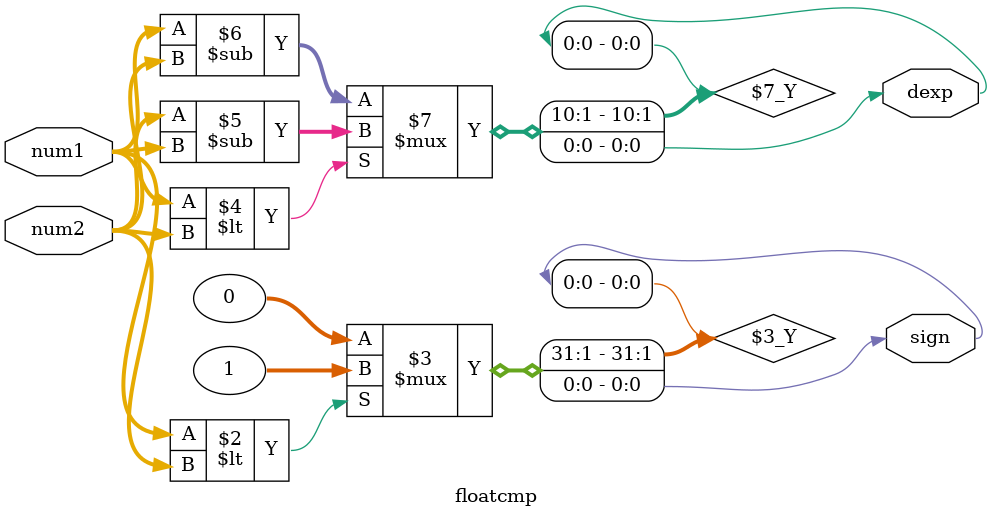
<source format=v>
`timescale 1ns / 1ps


module floatcmp(
input [10:0] num1, num2,
output reg sign, dexp);

always
    begin
        sign = (num1 < num2) ? 1 : 0;
        dexp = (num1 < num2) ? (num2 - num1) : (num1 - num2);
    end
endmodule

</source>
